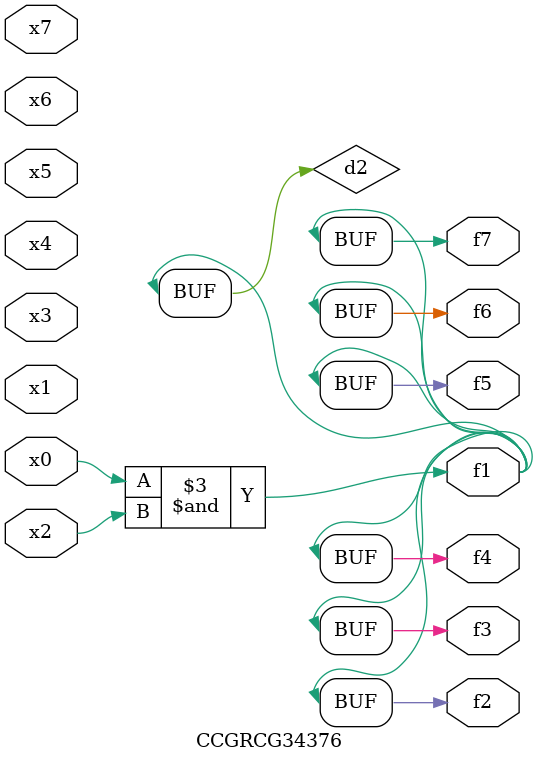
<source format=v>
module CCGRCG34376(
	input x0, x1, x2, x3, x4, x5, x6, x7,
	output f1, f2, f3, f4, f5, f6, f7
);

	wire d1, d2;

	nor (d1, x3, x6);
	and (d2, x0, x2);
	assign f1 = d2;
	assign f2 = d2;
	assign f3 = d2;
	assign f4 = d2;
	assign f5 = d2;
	assign f6 = d2;
	assign f7 = d2;
endmodule

</source>
